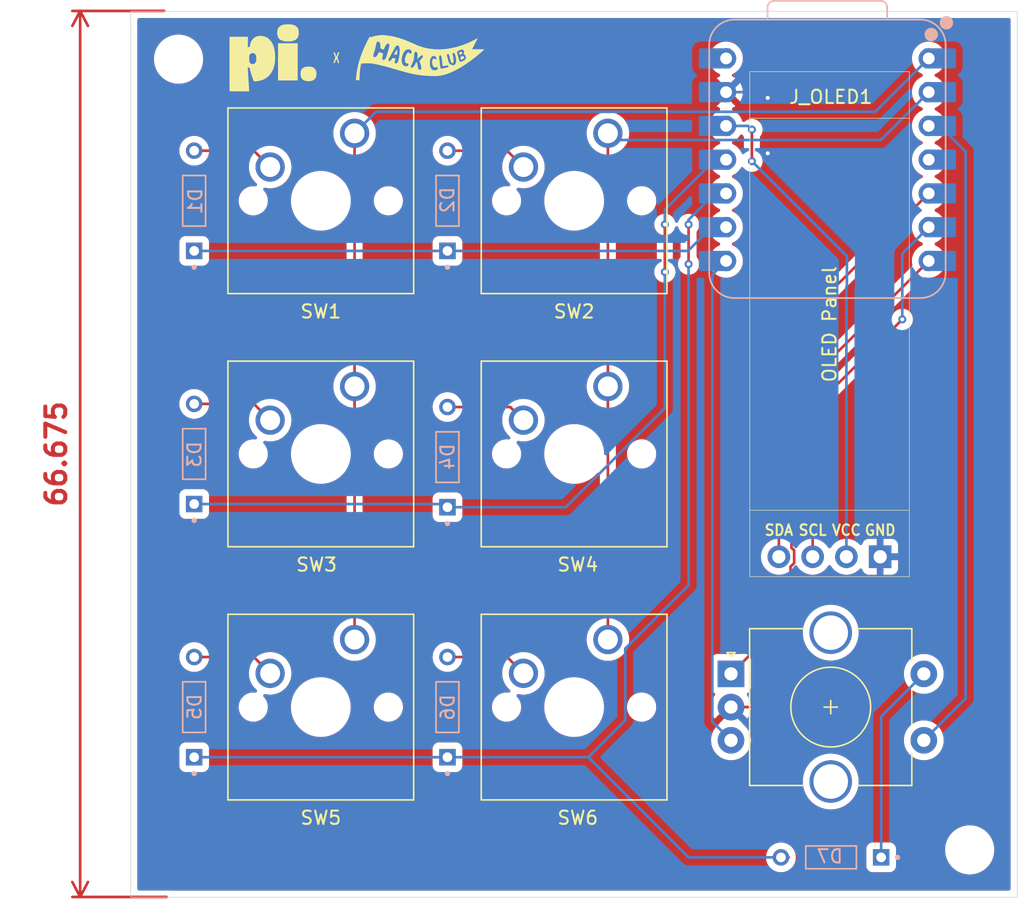
<source format=kicad_pcb>
(kicad_pcb (version 20241229) (generator "pcbnew") (generator_version "9.0")
  (layers (0 "F.Cu" signal) (2 "B.Cu" signal) (13 "F.Paste" user) (15 "B.Paste" user) (5 "F.SilkS" user "F.Silkscreen") (7 "B.SilkS" user "B.Silkscreen") (1 "F.Mask" user) (3 "B.Mask" user) (25 "Edge.Cuts" user))
  (net 0 "")
  (net 1 "ROW0")
  (net 2 "ROW1")
  (net 3 "ROW2")
  (net 4 "COL0")
  (net 5 "COL1")
  (net 6 "COL2")
  (net 7 "ENC1_B")
  (net 8 "ENC1_A")
  (net 9 "GND")
  (net 10 "SCL")
  (net 12 "SDA")
  (net 14 "VCC")
  (net 15 "Net-(D1-PadA)")
  (net 16 "Net-(D2-PadA)")
  (net 17 "Net-(D3-PadA)")
  (net 18 "Net-(D4-PadA)")
  (net 19 "Net-(D5-PadA)")
  (net 20 "Net-(D6-PadA)")
  (net 21 "Net-(D7-PadK)")
  (footprint "Button_Switch_Keyboard:SW_Cherry_MX_1.00u_PCB" (layer "F.Cu") (at 119.53875 102.07625)
    (property "Reference" "SW5" (at -2.54 13.41195 0) (layer "F.SilkS"))
    (property "Value" "SW_Push" (hide yes))
    (pad "" np_thru_hole circle (at -7.62 5.08) (size 1.7 1.7) (drill 1.7) (layers "*.Cu" "*.Mask"))
    (pad "" np_thru_hole circle (at -2.54 5.08) (size 4 4) (drill 4) (layers "*.Cu" "*.Mask"))
    (pad "" np_thru_hole circle (at 2.54 5.08) (size 1.7 1.7) (drill 1.7) (layers "*.Cu" "*.Mask"))
    (pad "1" thru_hole circle (at 0 0) (size 2.2 2.2) (drill 1.5) (layers "*.Cu" "*.Mask") (net 4 "COL0"))
    (pad "2" thru_hole circle (at -6.35 2.54) (size 2.2 2.2) (drill 1.5) (layers "*.Cu" "*.Mask") (net 19 "Net-(D5-PadA)"))
  )
  (footprint "MountingHole:MountingHole_3.2mm_M3" (layer "F.Cu") (at 165.8 117.9)
    (property "Reference" "H2" (hide yes))
    (property "Value" "MountingHole" (hide yes))
    (pad "" np_thru_hole circle (at 0 0) (size 3.2 3.2) (drill 3.2) (layers "*.Cu" "*.Mask"))
  )
  (footprint "oled:SSD1306-0.91-OLED-4pin-128x32" (layer "F.Cu") (at 161.258301 59.343301 -90)
    (property "Reference" "J_OLED1" (at 1.900003 5.909999 0) (layer "F.SilkS"))
    (property "Value" "SSD1306_0.91_I2C" (hide yes))
    (fp_text user "SCL" (at 34.5 7.27 0) (layer "F.SilkS") (effects (font (size 0.8 0.75))))
    (fp_text user "VCC" (at 34.499996 4.73 0) (layer "F.SilkS") (effects (font (size 0.8 0.75))))
    (fp_text user "GND" (at 34.499998 2.190002 0) (layer "F.SilkS") (effects (font (size 0.8 0.75))))
    (fp_text user "OLED Panel" (at 18.999998 5.999998 90) (layer "F.SilkS"))
    (fp_text user "SDA" (at 34.499997 9.809999 0) (layer "F.SilkS") (effects (font (size 0.8 0.75))))
    (pad "1" thru_hole rect (at 36.5 2.189996 270) (size 1.7 1.7) (drill 1) (layers "*.Cu" "*.Mask") (net 9 "GND"))
    (pad "2" thru_hole oval (at 36.5 4.729998 270) (size 1.7 1.7) (drill 1) (layers "*.Cu" "*.Mask") (net 14 "VCC"))
    (pad "3" thru_hole oval (at 36.5 7.27 270) (size 1.7 1.7) (drill 1) (layers "*.Cu" "*.Mask") (net 10 "SCL"))
    (pad "4" thru_hole oval (at 36.499999 9.810005 270) (size 1.7 1.7) (drill 1) (layers "*.Cu" "*.Mask") (net 12 "SDA"))
  )
  (footprint "Button_Switch_Keyboard:SW_Cherry_MX_1.00u_PCB" (layer "F.Cu") (at 138.58875 63.97625)
    (property "Reference" "SW2" (at -2.54 13.41275 0) (layer "F.SilkS"))
    (property "Value" "SW_Push" (hide yes))
    (pad "" np_thru_hole circle (at -7.62 5.08) (size 1.7 1.7) (drill 1.7) (layers "*.Cu" "*.Mask"))
    (pad "" np_thru_hole circle (at -2.54 5.08) (size 4 4) (drill 4) (layers "*.Cu" "*.Mask"))
    (pad "" np_thru_hole circle (at 2.54 5.08) (size 1.7 1.7) (drill 1.7) (layers "*.Cu" "*.Mask"))
    (pad "1" thru_hole circle (at 0 0) (size 2.2 2.2) (drill 1.5) (layers "*.Cu" "*.Mask") (net 5 "COL1"))
    (pad "2" thru_hole circle (at -6.35 2.54) (size 2.2 2.2) (drill 1.5) (layers "*.Cu" "*.Mask") (net 16 "Net-(D2-PadA)"))
  )
  (footprint "Button_Switch_Keyboard:SW_Cherry_MX_1.00u_PCB" (layer "F.Cu") (at 138.58875 102.07625)
    (property "Reference" "SW6" (at -2.26505 13.41195 0) (layer "F.SilkS"))
    (property "Value" "SW_Push" (hide yes))
    (pad "" np_thru_hole circle (at -7.62 5.08) (size 1.7 1.7) (drill 1.7) (layers "*.Cu" "*.Mask"))
    (pad "" np_thru_hole circle (at -2.54 5.08) (size 4 4) (drill 4) (layers "*.Cu" "*.Mask"))
    (pad "" np_thru_hole circle (at 2.54 5.08) (size 1.7 1.7) (drill 1.7) (layers "*.Cu" "*.Mask"))
    (pad "1" thru_hole circle (at 0 0) (size 2.2 2.2) (drill 1.5) (layers "*.Cu" "*.Mask") (net 5 "COL1"))
    (pad "2" thru_hole circle (at -6.35 2.54) (size 2.2 2.2) (drill 1.5) (layers "*.Cu" "*.Mask") (net 20 "Net-(D6-PadA)"))
  )
  (footprint "Button_Switch_Keyboard:SW_Cherry_MX_1.00u_PCB" (layer "F.Cu") (at 119.53875 63.97625)
    (property "Reference" "SW1" (at -2.54 13.41275 0) (layer "F.SilkS"))
    (property "Value" "SW_Push" (hide yes))
    (pad "" np_thru_hole circle (at -7.62 5.08) (size 1.7 1.7) (drill 1.7) (layers "*.Cu" "*.Mask"))
    (pad "" np_thru_hole circle (at -2.54 5.08) (size 4 4) (drill 4) (layers "*.Cu" "*.Mask"))
    (pad "" np_thru_hole circle (at 2.54 5.08) (size 1.7 1.7) (drill 1.7) (layers "*.Cu" "*.Mask"))
    (pad "1" thru_hole circle (at 0 0) (size 2.2 2.2) (drill 1.5) (layers "*.Cu" "*.Mask") (net 4 "COL0"))
    (pad "2" thru_hole circle (at -6.35 2.54) (size 2.2 2.2) (drill 1.5) (layers "*.Cu" "*.Mask") (net 15 "Net-(D1-PadA)"))
  )
  (footprint "Button_Switch_Keyboard:SW_Cherry_MX_1.00u_PCB" (layer "F.Cu") (at 119.53875 83.02625)
    (property "Reference" "SW3" (at -2.85995 13.41235 0) (layer "F.SilkS"))
    (property "Value" "SW_Push" (hide yes))
    (pad "" np_thru_hole circle (at -7.62 5.08) (size 1.7 1.7) (drill 1.7) (layers "*.Cu" "*.Mask"))
    (pad "" np_thru_hole circle (at -2.54 5.08) (size 4 4) (drill 4) (layers "*.Cu" "*.Mask"))
    (pad "" np_thru_hole circle (at 2.54 5.08) (size 1.7 1.7) (drill 1.7) (layers "*.Cu" "*.Mask"))
    (pad "1" thru_hole circle (at 0 0) (size 2.2 2.2) (drill 1.5) (layers "*.Cu" "*.Mask") (net 4 "COL0"))
    (pad "2" thru_hole circle (at -6.35 2.54) (size 2.2 2.2) (drill 1.5) (layers "*.Cu" "*.Mask") (net 17 "Net-(D3-PadA)"))
  )
  (footprint "MountingHole:MountingHole_3.2mm_M3" (layer "F.Cu") (at 106.3 58.4)
    (property "Reference" "H3" (hide yes))
    (property "Value" "MountingHole" (hide yes))
    (pad "" np_thru_hole circle (at 0 0) (size 3.2 3.2) (drill 3.2) (layers "*.Cu" "*.Mask"))
  )
  (footprint "logo:pi_X_hackday_logo" (layer "F.Cu") (at 119.7 58.802859)
    (property "Reference" "" (at 0 0 0) (layer "F.SilkS") (effects (font (size 1.5 1.5) (thickness 0.3))))
    (property "Value" "LOGO" (hide yes))
  )
  (footprint "Button_Switch_Keyboard:SW_Cherry_MX_1.00u_PCB" (layer "F.Cu") (at 138.58875 83.02625)
    (property "Reference" "SW4" (at -2.26505 13.41235 0) (layer "F.SilkS"))
    (property "Value" "SW_Push" (hide yes))
    (pad "" np_thru_hole circle (at -7.62 5.08) (size 1.7 1.7) (drill 1.7) (layers "*.Cu" "*.Mask"))
    (pad "" np_thru_hole circle (at -2.54 5.08) (size 4 4) (drill 4) (layers "*.Cu" "*.Mask"))
    (pad "" np_thru_hole circle (at 2.54 5.08) (size 1.7 1.7) (drill 1.7) (layers "*.Cu" "*.Mask"))
    (pad "1" thru_hole circle (at 0 0) (size 2.2 2.2) (drill 1.5) (layers "*.Cu" "*.Mask") (net 5 "COL1"))
    (pad "2" thru_hole circle (at -6.35 2.54) (size 2.2 2.2) (drill 1.5) (layers "*.Cu" "*.Mask") (net 18 "Net-(D4-PadA)"))
  )
  (footprint "Rotary_Encoder:RotaryEncoder_Alps_EC11E-Switch_Vertical_H20mm_CircularMountingHoles" (layer "F.Cu") (at 147.84875 104.65625)
    (property "Reference" "SW9" (hide yes))
    (property "Value" "RotaryEncoder_Switch" (hide yes))
    (pad "A" thru_hole rect (at 0 0) (size 2 2) (drill 1) (layers "*.Cu" "*.Mask") (net 8 "ENC1_A"))
    (pad "B" thru_hole circle (at 0 5) (size 2 2) (drill 1) (layers "*.Cu" "*.Mask") (net 7 "ENC1_B"))
    (pad "C" thru_hole circle (at 0 2.5) (size 2 2) (drill 1) (layers "*.Cu" "*.Mask") (net 9 "GND"))
    (pad "MP" thru_hole circle (at 7.5 -3.1) (size 3.2 3.2) (drill 2.6) (layers "*.Cu" "*.Mask"))
    (pad "MP" thru_hole circle (at 7.5 8.1) (size 3.2 3.2) (drill 2.6) (layers "*.Cu" "*.Mask"))
    (pad "S1" thru_hole circle (at 14.5 5) (size 2 2) (drill 1) (layers "*.Cu" "*.Mask") (net 6 "COL2"))
    (pad "S2" thru_hole circle (at 14.5 0) (size 2 2) (drill 1) (layers "*.Cu" "*.Mask") (net 21 "Net-(D7-PadK)"))
  )
  (footprint "1N4148:DIOAD753W49L380D172B" (layer "B.Cu") (at 126.523751 107.1585 90)
    (property "Reference" "D6" (at -0.0215 0.016249 270) (layer "B.SilkS") (effects (justify mirror)))
    (property "Value" "1N4148" (hide yes))
    (pad "A" thru_hole circle (at 3.7685 0 90) (size 1.238 1.238) (drill 0.73) (layers "*.Cu" "*.Mask") (net 20 "Net-(D6-PadA)"))
    (pad "K" thru_hole rect (at -3.7685 0 90) (size 1.238 1.238) (drill 0.73) (layers "*.Cu" "*.Mask") (net 3 "ROW2"))
  )
  (footprint "1N4148:DIOAD753W49L380D172B" (layer "B.Cu") (at 107.47375 107.1585 90)
    (property "Reference" "D5" (at 0.0185 0.03625 270) (layer "B.SilkS") (effects (justify mirror)))
    (property "Value" "1N4148" (hide yes))
    (pad "A" thru_hole circle (at 3.7685 0 90) (size 1.238 1.238) (drill 0.73) (layers "*.Cu" "*.Mask") (net 19 "Net-(D5-PadA)"))
    (pad "K" thru_hole rect (at -3.7685 0 90) (size 1.238 1.238) (drill 0.73) (layers "*.Cu" "*.Mask") (net 3 "ROW2"))
  )
  (footprint "1N4148:DIOAD753W49L380D172B" (layer "B.Cu") (at 155.3733 118.4647 180)
    (property "Reference" "D7" (at 0.0933 0.0747 0) (layer "B.SilkS") (effects (justify mirror)))
    (property "Value" "1N4148" (hide yes))
    (pad "A" thru_hole circle (at 3.7685 0 180) (size 1.238 1.238) (drill 0.73) (layers "*.Cu" "*.Mask") (net 3 "ROW2"))
    (pad "K" thru_hole rect (at -3.7685 0 180) (size 1.238 1.238) (drill 0.73) (layers "*.Cu" "*.Mask") (net 21 "Net-(D7-PadK)"))
  )
  (footprint "1N4148:DIOAD753W49L380D172B" (layer "B.Cu") (at 126.52375 88.34615 90)
    (property "Reference" "D4" (at 0.03615 0.00625 270) (layer "B.SilkS") (effects (justify mirror)))
    (property "Value" "1N4148" (hide yes))
    (pad "A" thru_hole circle (at 3.7685 0 90) (size 1.238 1.238) (drill 0.73) (layers "*.Cu" "*.Mask") (net 18 "Net-(D4-PadA)"))
    (pad "K" thru_hole rect (at -3.7685 0 90) (size 1.238 1.238) (drill 0.73) (layers "*.Cu" "*.Mask") (net 2 "ROW1"))
  )
  (footprint "1N4148:DIOAD753W49L380D172B" (layer "B.Cu") (at 107.47375 69.0577 90)
    (property "Reference" "D1" (at -0.0323 0.08625 270) (layer "B.SilkS") (effects (justify mirror)))
    (property "Value" "1N4148" (hide yes))
    (pad "A" thru_hole circle (at 3.7685 0 90) (size 1.238 1.238) (drill 0.73) (layers "*.Cu" "*.Mask") (net 15 "Net-(D1-PadA)"))
    (pad "K" thru_hole rect (at -3.7685 0 90) (size 1.238 1.238) (drill 0.73) (layers "*.Cu" "*.Mask") (net 1 "ROW0"))
  )
  (footprint "1N4148:DIOAD753W49L380D172B" (layer "B.Cu") (at 107.47375 88.1081 90)
    (property "Reference" "D3" (at -0.0319 0.02625 270) (layer "B.SilkS") (effects (justify mirror)))
    (property "Value" "1N4148" (hide yes))
    (pad "A" thru_hole circle (at 3.7685 0 90) (size 1.238 1.238) (drill 0.73) (layers "*.Cu" "*.Mask") (net 17 "Net-(D3-PadA)"))
    (pad "K" thru_hole rect (at -3.7685 0 90) (size 1.238 1.238) (drill 0.73) (layers "*.Cu" "*.Mask") (net 2 "ROW1"))
  )
  (footprint "1N4148:DIOAD753W49L380D172B" (layer "B.Cu") (at 126.52375 69.0577 90)
    (property "Reference" "D2" (at 0.0577 -0.00375 270) (layer "B.SilkS") (effects (justify mirror)))
    (property "Value" "1N4148" (hide yes))
    (pad "A" thru_hole circle (at 3.7685 0 90) (size 1.238 1.238) (drill 0.73) (layers "*.Cu" "*.Mask") (net 16 "Net-(D2-PadA)"))
    (pad "K" thru_hole rect (at -3.7685 0 90) (size 1.238 1.238) (drill 0.73) (layers "*.Cu" "*.Mask") (net 1 "ROW0"))
  )
  (footprint "OPL:XIAO-RP2040-DIP" (layer "B.Cu") (at 155.09875 65.96185 180)
    (property "Reference" "U1" (hide yes))
    (property "Value" "XIAO-RP2040-DIP")
    (pad "1" smd roundrect (at -8.455 7.62) (size 2.432 1.524) (layers "B.Cu" "B.Mask") (roundrect_rratio 0.1) (net 4 "COL0"))
    (pad "1" thru_hole circle (at -7.62 7.62) (size 1.524 1.524) (drill 0.889) (layers "*.Cu" "*.Mask") (net 4 "COL0"))
    (pad "2" smd roundrect (at -8.455 5.08) (size 2.432 1.524) (layers "B.Cu" "B.Mask") (roundrect_rratio 0.1) (net 5 "COL1"))
    (pad "2" thru_hole circle (at -7.62 5.08) (size 1.524 1.524) (drill 0.889) (layers "*.Cu" "*.Mask") (net 5 "COL1"))
    (pad "3" smd roundrect (at -8.455 2.54) (size 2.432 1.524) (layers "B.Cu" "B.Mask") (roundrect_rratio 0.1) (net 6 "COL2"))
    (pad "3" thru_hole circle (at -7.62 2.54) (size 1.524 1.524) (drill 0.889) (layers "*.Cu" "*.Mask") (net 6 "COL2"))
    (pad "4" smd roundrect (at -8.455 0) (size 2.432 1.524) (layers "B.Cu" "B.Mask") (roundrect_rratio 0.1))
    (pad "4" thru_hole circle (at -7.62 0) (size 1.524 1.524) (drill 0.889) (layers "*.Cu" "*.Mask"))
    (pad "5" smd roundrect (at -8.455 -2.54) (size 2.432 1.524) (layers "B.Cu" "B.Mask") (roundrect_rratio 0.1) (net 12 "SDA"))
    (pad "5" thru_hole circle (at -7.62 -2.54) (size 1.524 1.524) (drill 0.889) (layers "*.Cu" "*.Mask") (net 12 "SDA"))
    (pad "6" smd roundrect (at -8.455 -5.08) (size 2.432 1.524) (layers "B.Cu" "B.Mask") (roundrect_rratio 0.1) (net 10 "SCL"))
    (pad "6" thru_hole circle (at -7.62 -5.08) (size 1.524 1.524) (drill 0.889) (layers "*.Cu" "*.Mask") (net 10 "SCL"))
    (pad "7" smd roundrect (at -8.455 -7.62) (size 2.432 1.524) (layers "B.Cu" "B.Mask") (roundrect_rratio 0.1) (net 8 "ENC1_A"))
    (pad "7" thru_hole circle (at -7.62 -7.62) (size 1.524 1.524) (drill 0.889) (layers "*.Cu" "*.Mask") (net 8 "ENC1_A"))
    (pad "8" thru_hole circle (at 7.62 -7.62 180) (size 1.524 1.524) (drill 0.889) (layers "*.Cu" "*.Mask") (net 7 "ENC1_B"))
    (pad "8" smd roundrect (at 8.455 -7.62 180) (size 2.432 1.524) (layers "B.Cu" "B.Mask") (roundrect_rratio 0.1) (net 7 "ENC1_B"))
    (pad "9" thru_hole circle (at 7.62 -5.08 180) (size 1.524 1.524) (drill 0.889) (layers "*.Cu" "*.Mask") (net 1 "ROW0"))
    (pad "9" smd roundrect (at 8.455 -5.08 180) (size 2.432 1.524) (layers "B.Cu" "B.Mask") (roundrect_rratio 0.1) (net 1 "ROW0"))
    (pad "10" thru_hole circle (at 7.62 -2.54 180) (size 1.524 1.524) (drill 0.889) (layers "*.Cu" "*.Mask") (net 3 "ROW2"))
    (pad "10" smd roundrect (at 8.455 -2.54 180) (size 2.432 1.524) (layers "B.Cu" "B.Mask") (roundrect_rratio 0.1) (net 3 "ROW2"))
    (pad "11" thru_hole circle (at 7.62 0 180) (size 1.524 1.524) (drill 0.889) (layers "*.Cu" "*.Mask") (net 2 "ROW1"))
    (pad "11" smd roundrect (at 8.455 0 180) (size 2.432 1.524) (layers "B.Cu" "B.Mask") (roundrect_rratio 0.1) (net 2 "ROW1"))
    (pad "12" thru_hole circle (at 7.62 2.54 180) (size 1.524 1.524) (drill 0.889) (layers "*.Cu" "*.Mask") (net 14 "VCC"))
    (pad "12" smd roundrect (at 8.455 2.54 180) (size 2.432 1.524) (layers "B.Cu" "B.Mask") (roundrect_rratio 0.1) (net 14 "VCC"))
    (pad "13" thru_hole circle (at 7.62 5.08 180) (size 1.524 1.524) (drill 0.889) (layers "*.Cu" "*.Mask") (net 9 "GND"))
    (pad "13" smd roundrect (at 8.455 5.08 180) (size 2.432 1.524) (layers "B.Cu" "B.Mask") (roundrect_rratio 0.1) (net 9 "GND"))
    (pad "14" thru_hole circle (at 7.62 7.62 180) (size 1.524 1.524) (drill 0.889) (layers "*.Cu" "*.Mask"))
    (pad "14" smd roundrect (at 8.455 7.62 180) (size 2.432 1.524) (layers "B.Cu" "B.Mask") (roundrect_rratio 0.1))
  )
  (gr_rect (start 102.7 54.8) (end 169.375 121.46507) (stroke (width 0.05)) (fill no) (layer "Edge.Cuts"))
  (dimension (type orthogonal) (layer "F.Cu") (pts (xy 105.71125 54.76875) (xy 105.9 121.44375)) (height -6.81125) (orientation 1) (format (prefix "") (suffix "") (units 3) (units_format 0) (precision 4) (override_value "66.675") (suppress_zeroes yes)) (style (thickness 0.2) (arrow_length 1.27) (text_position_mode 0) (arrow_direction outward) (extension_height 0.58642) (extension_offset 0.5) (keep_text_aligned yes)) (gr_text "66.675" (at 97.1 88.10625 90) (layer "F.Cu") (effects (font (size 1.5 1.5) (thickness 0.3)))))
  (segment (start 146.40112 71.04185) (end 147.47875 71.04185) (width 0.2) (layer "B.Cu") (net 1))
  (segment (start 107.47375 72.8262) (end 126.52375 72.8262) (width 0.2) (layer "B.Cu") (net 1))
  (segment (start 144.61677 72.8262) (end 146.40112 71.04185) (width 0.2) (layer "B.Cu") (net 1))
  (segment (start 126.52375 72.8262) (end 144.61677 72.8262) (width 0.2) (layer "B.Cu") (net 1))
  (segment (start 126.52375 72.8262) (end 126.52375 72.90175) (width 0.2) (layer "B.Cu") (net 1))
  (segment (start 142.872 74.4125) (end 142.872 70.8407) (width 0.2) (layer "F.Cu") (net 2))
  (via (at 142.872 74.4125) (size 0.6) (drill 0.3) (layers "F.Cu" "B.Cu") (net 2))
  (via (at 142.872 70.8407) (size 0.6) (drill 0.3) (layers "F.Cu" "B.Cu") (net 2))
  (segment (start 142.872 84.66453) (end 142.872 74.4125) (width 0.2) (layer "B.Cu") (net 2))
  (segment (start 135.42188 92.11465) (end 142.872 84.66453) (width 0.2) (layer "B.Cu") (net 2))
  (segment (start 126.52375 92.11465) (end 135.42188 92.11465) (width 0.2) (layer "B.Cu") (net 2))
  (segment (start 142.872 69.7336) (end 146.64375 65.96185) (width 0.2) (layer "B.Cu") (net 2))
  (segment (start 142.872 70.8407) (end 142.872 69.7336) (width 0.2) (layer "B.Cu") (net 2))
  (segment (start 107.47375 91.8766) (end 126.2857 91.8766) (width 0.2) (layer "B.Cu") (net 2))
  (segment (start 126.2857 91.8766) (end 126.52375 92.11465) (width 0.2) (layer "B.Cu") (net 2))
  (segment (start 144.6579 73.8172) (end 144.6579 70.8407) (width 0.2) (layer "F.Cu") (net 3))
  (via (at 144.6579 70.8407) (size 0.6) (drill 0.3) (layers "F.Cu" "B.Cu") (net 3))
  (via (at 144.6579 73.8172) (size 0.6) (drill 0.3) (layers "F.Cu" "B.Cu") (net 3))
  (segment (start 144.657902 118.464698) (end 151.604801 118.464698) (width 0.2) (layer "B.Cu") (net 3))
  (segment (start 139.8955 102.750814) (end 144.6579 97.988414) (width 0.2) (layer "B.Cu") (net 3))
  (segment (start 144.6579 118.4647) (end 144.657902 118.464698) (width 0.2) (layer "B.Cu") (net 3))
  (segment (start 144.6579 70.4877) (end 146.64375 68.50185) (width 0.2) (layer "B.Cu") (net 3))
  (segment (start 152.200106 118.464698) (end 152.200103 118.464701) (width 0.2) (layer "B.Cu") (net 3))
  (segment (start 137.1202 110.927) (end 139.8955 108.1517) (width 0.2) (layer "B.Cu") (net 3))
  (segment (start 139.8955 108.1517) (end 139.8955 102.750814) (width 0.2) (layer "B.Cu") (net 3))
  (segment (start 144.6579 97.988414) (end 144.6579 73.8172) (width 0.2) (layer "B.Cu") (net 3))
  (segment (start 137.1202 110.927) (end 144.6579 118.4647) (width 0.2) (layer "B.Cu") (net 3))
  (segment (start 126.523751 110.927) (end 137.1202 110.927) (width 0.2) (layer "B.Cu") (net 3))
  (segment (start 144.6579 70.8407) (end 144.6579 70.4877) (width 0.2) (layer "B.Cu") (net 3))
  (segment (start 107.47375 110.927) (end 126.523751 110.927) (width 0.2) (layer "B.Cu") (net 3))
  (segment (start 119.53875 63.97625) (end 119.53875 83.02625) (width 0.2) (layer "F.Cu") (net 4))
  (segment (start 119.53875 83.02625) (end 119.53875 102.07625) (width 0.2) (layer "F.Cu") (net 4))
  (segment (start 158.70175 62.35885) (end 162.71875 58.34185) (width 0.2) (layer "B.Cu") (net 4))
  (segment (start 121.15615 62.35885) (end 158.70175 62.35885) (width 0.2) (layer "B.Cu") (net 4))
  (segment (start 119.53875 63.97625) (end 121.15615 62.35885) (width 0.2) (layer "B.Cu") (net 4))
  (segment (start 138.58875 63.97625) (end 138.58875 102.07625) (width 0.2) (layer "F.Cu") (net 5))
  (segment (start 139.09735 64.48485) (end 159.11575 64.48485) (width 0.2) (layer "B.Cu") (net 5))
  (segment (start 138.58875 63.97625) (end 139.09735 64.48485) (width 0.2) (layer "B.Cu") (net 5))
  (segment (start 159.11575 64.48485) (end 162.71875 60.88185) (width 0.2) (layer "B.Cu") (net 5))
  (segment (start 165.4934 106.5116) (end 165.4934 65.3615) (width 0.2) (layer "B.Cu") (net 6))
  (segment (start 165.4934 65.3615) (end 163.55375 63.42185) (width 0.2) (layer "B.Cu") (net 6))
  (segment (start 162.34875 109.65625) (end 165.4934 106.5116) (width 0.2) (layer "B.Cu") (net 6))
  (segment (start 146.4438 108.2513) (end 146.4438 74.6168) (width 0.2) (layer "B.Cu") (net 7))
  (segment (start 146.4438 74.6168) (end 147.47875 73.58185) (width 0.2) (layer "B.Cu") (net 7))
  (segment (start 147.84875 109.65625) (end 146.4438 108.2513) (width 0.2) (layer "B.Cu") (net 7))
  (segment (start 152.324746 96.59461) (end 152.599296 96.32006) (width 0.2) (layer "F.Cu") (net 8))
  (segment (start 152.599296 95.36654) (end 152.3968 95.164044) (width 0.2) (layer "F.Cu") (net 8))
  (segment (start 152.599296 96.32006) (end 152.599296 95.36654) (width 0.2) (layer "F.Cu") (net 8))
  (segment (start 147.84875 104.65625) (end 152.324746 100.180254) (width 0.2) (layer "F.Cu") (net 8))
  (segment (start 152.3968 83.9038) (end 162.71875 73.58185) (width 0.2) (layer "F.Cu") (net 8))
  (segment (start 152.324746 100.180254) (end 152.324746 96.59461) (width 0.2) (layer "F.Cu") (net 8))
  (segment (start 152.3968 95.164044) (end 152.3968 83.9038) (width 0.2) (layer "F.Cu") (net 8))
  (segment (start 159.068305 101.077795) (end 159.068305 95.843301) (width 0.2) (layer "F.Cu") (net 9))
  (segment (start 152.98985 107.15625) (end 159.068305 101.077795) (width 0.2) (layer "F.Cu") (net 9))
  (segment (start 150.6109 65.483) (end 150.6109 61.3159) (width 0.2) (layer "F.Cu") (net 9))
  (segment (start 147.84875 107.15625) (end 152.98985 107.15625) (width 0.2) (layer "F.Cu") (net 9))
  (via (at 150.6109 61.3159) (size 0.6) (drill 0.3) (layers "F.Cu" "B.Cu") (net 9))
  (via (at 150.6109 65.483) (size 0.6) (drill 0.3) (layers "F.Cu" "B.Cu") (net 9))
  (segment (start 159.068305 95.843301) (end 159.068305 73.940405) (width 0.2) (layer "B.Cu") (net 9))
  (segment (start 150.17685 60.88185) (end 147.47875 60.88185) (width 0.2) (layer "B.Cu") (net 9))
  (segment (start 150.6109 61.3159) (end 150.17685 60.88185) (width 0.2) (layer "B.Cu") (net 9))
  (segment (start 159.068305 73.940405) (end 150.6109 65.483) (width 0.2) (layer "B.Cu") (net 9))
  (segment (start 154.1827 84.5326) (end 160.731 77.9843) (width 0.2) (layer "F.Cu") (net 10))
  (segment (start 153.988301 95.843301) (end 153.988301 84.726999) (width 0.2) (layer "F.Cu") (net 10))
  (segment (start 153.988301 84.726999) (end 154.1827 84.5326) (width 0.2) (layer "F.Cu") (net 10))
  (via (at 160.731 77.9843) (size 0.6) (drill 0.3) (layers "F.Cu" "B.Cu") (net 10))
  (segment (start 160.731 77.9843) (end 160.731 73.0296) (width 0.2) (layer "B.Cu") (net 10))
  (segment (start 160.731 73.0296) (end 162.71875 71.04185) (width 0.2) (layer "B.Cu") (net 10))
  (segment (start 151.448296 79.772304) (end 162.71875 68.50185) (width 0.2) (layer "F.Cu") (net 12))
  (segment (start 151.448296 95.8433) (end 151.448296 79.772304) (width 0.2) (layer "F.Cu") (net 12))
  (segment (start 149.4203 66.0783) (end 149.4203 63.6971) (width 0.2) (layer "F.Cu") (net 14))
  (via (at 149.4203 66.0783) (size 0.6) (drill 0.3) (layers "F.Cu" "B.Cu") (net 14))
  (via (at 149.4203 63.6971) (size 0.6) (drill 0.3) (layers "F.Cu" "B.Cu") (net 14))
  (segment (start 149.14505 63.42185) (end 147.47875 63.42185) (width 0.2) (layer "B.Cu") (net 14))
  (segment (start 156.5639 73.2219) (end 149.4203 66.0783) (width 0.2) (layer "B.Cu") (net 14))
  (segment (start 156.5639 75.531906) (end 156.5639 73.2219) (width 0.2) (layer "B.Cu") (net 14))
  (segment (start 156.528303 95.843301) (end 156.528303 75.567503) (width 0.2) (layer "B.Cu") (net 14))
  (segment (start 149.4203 63.6971) (end 149.14505 63.42185) (width 0.2) (layer "B.Cu") (net 14))
  (segment (start 156.528303 75.567503) (end 156.5639 75.531906) (width 0.2) (layer "B.Cu") (net 14))
  (segment (start 107.47375 65.2892) (end 111.9617 65.2892) (width 0.2) (layer "F.Cu") (net 15))
  (segment (start 111.9617 65.2892) (end 113.18875 66.51625) (width 0.2) (layer "F.Cu") (net 15))
  (segment (start 126.52375 65.2892) (end 131.0117 65.2892) (width 0.2) (layer "F.Cu") (net 16))
  (segment (start 131.0117 65.2892) (end 132.23875 66.51625) (width 0.2) (layer "F.Cu") (net 16))
  (segment (start 111.9621 84.3396) (end 113.18875 85.56625) (width 0.2) (layer "F.Cu") (net 17))
  (segment (start 107.47375 84.3396) (end 111.9621 84.3396) (width 0.2) (layer "F.Cu") (net 17))
  (segment (start 126.52375 84.57765) (end 131.25015 84.57765) (width 0.2) (layer "F.Cu") (net 18))
  (segment (start 131.25015 84.57765) (end 132.23875 85.56625) (width 0.2) (layer "F.Cu") (net 18))
  (segment (start 107.47375 103.39) (end 111.9625 103.39) (width 0.2) (layer "F.Cu") (net 19))
  (segment (start 111.9625 103.39) (end 113.18875 104.61625) (width 0.2) (layer "F.Cu") (net 19))
  (segment (start 126.523751 103.39) (end 131.0125 103.39) (width 0.2) (layer "F.Cu") (net 20))
  (segment (start 131.0125 103.39) (end 132.23875 104.61625) (width 0.2) (layer "F.Cu") (net 20))
  (segment (start 162.8275 104.1775) (end 162.34875 104.65625) (width 0.2) (layer "F.Cu") (net 21))
  (segment (start 159.141799 118.464702) (end 159.141799 107.863201) (width 0.2) (layer "B.Cu") (net 21))
  (segment (start 159.141799 107.863201) (end 162.34875 104.65625) (width 0.2) (layer "B.Cu") (net 21))
  (zone (net 9) (net_name "GND") (layers "F.Cu" "B.Cu") (connect_pads (clearance 0.5)) (min_thickness 0.25) (fill yes (thermal_gap 0.5) (thermal_bridge_width 0.5) (island_removal_mode 1) (island_area_min 10))
    (polygon (pts (xy 102.5 54.6) (xy 169.9 54.5) (xy 169.7 121.7) (xy 102.8 121.2)))
  )
)
</source>
